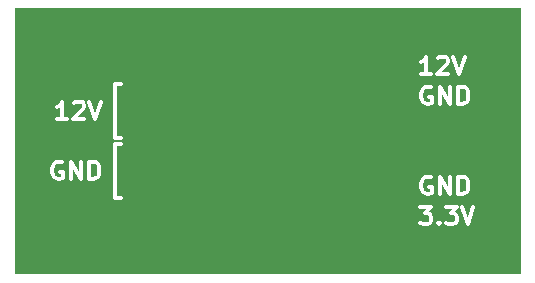
<source format=gbr>
G04 #@! TF.FileFunction,Legend,Top*
%FSLAX46Y46*%
G04 Gerber Fmt 4.6, Leading zero omitted, Abs format (unit mm)*
G04 Created by KiCad (PCBNEW 4.0.7) date 04/01/18 11:43:11*
%MOMM*%
%LPD*%
G01*
G04 APERTURE LIST*
%ADD10C,0.100000*%
%ADD11C,0.300000*%
G04 APERTURE END LIST*
D10*
D11*
G36*
X149710000Y-121770000D02*
X106830000Y-121770000D01*
X106830000Y-99210000D01*
X149710000Y-99210000D01*
X149710000Y-121770000D01*
X149710000Y-121770000D01*
G37*
%LPC*%
X115316000Y-115316000D02*
X115824000Y-115316000D01*
X115316000Y-110744000D02*
X115316000Y-115316000D01*
X115824000Y-110744000D02*
X115316000Y-110744000D01*
X115316000Y-110236000D02*
X115824000Y-110236000D01*
X115316000Y-105664000D02*
X115316000Y-110236000D01*
X115824000Y-105664000D02*
X115316000Y-105664000D01*
X110871428Y-112280000D02*
X110728571Y-112208571D01*
X110514285Y-112208571D01*
X110300000Y-112280000D01*
X110157142Y-112422857D01*
X110085714Y-112565714D01*
X110014285Y-112851429D01*
X110014285Y-113065714D01*
X110085714Y-113351429D01*
X110157142Y-113494286D01*
X110300000Y-113637143D01*
X110514285Y-113708571D01*
X110657142Y-113708571D01*
X110871428Y-113637143D01*
X110942857Y-113565714D01*
X110942857Y-113065714D01*
X110657142Y-113065714D01*
X111585714Y-113708571D02*
X111585714Y-112208571D01*
X112442857Y-113708571D01*
X112442857Y-112208571D01*
X113157143Y-113708571D02*
X113157143Y-112208571D01*
X113514286Y-112208571D01*
X113728571Y-112280000D01*
X113871429Y-112422857D01*
X113942857Y-112565714D01*
X114014286Y-112851429D01*
X114014286Y-113065714D01*
X113942857Y-113351429D01*
X113871429Y-113494286D01*
X113728571Y-113637143D01*
X113514286Y-113708571D01*
X113157143Y-113708571D01*
X111300001Y-108628571D02*
X110442858Y-108628571D01*
X110871430Y-108628571D02*
X110871430Y-107128571D01*
X110728573Y-107342857D01*
X110585715Y-107485714D01*
X110442858Y-107557143D01*
X111871429Y-107271429D02*
X111942858Y-107200000D01*
X112085715Y-107128571D01*
X112442858Y-107128571D01*
X112585715Y-107200000D01*
X112657144Y-107271429D01*
X112728572Y-107414286D01*
X112728572Y-107557143D01*
X112657144Y-107771429D01*
X111800001Y-108628571D01*
X112728572Y-108628571D01*
X113157143Y-107128571D02*
X113657143Y-108628571D01*
X114157143Y-107128571D01*
X141184286Y-116018571D02*
X142112857Y-116018571D01*
X141612857Y-116590000D01*
X141827143Y-116590000D01*
X141970000Y-116661429D01*
X142041429Y-116732857D01*
X142112857Y-116875714D01*
X142112857Y-117232857D01*
X142041429Y-117375714D01*
X141970000Y-117447143D01*
X141827143Y-117518571D01*
X141398571Y-117518571D01*
X141255714Y-117447143D01*
X141184286Y-117375714D01*
X142755714Y-117375714D02*
X142827142Y-117447143D01*
X142755714Y-117518571D01*
X142684285Y-117447143D01*
X142755714Y-117375714D01*
X142755714Y-117518571D01*
X143327143Y-116018571D02*
X144255714Y-116018571D01*
X143755714Y-116590000D01*
X143970000Y-116590000D01*
X144112857Y-116661429D01*
X144184286Y-116732857D01*
X144255714Y-116875714D01*
X144255714Y-117232857D01*
X144184286Y-117375714D01*
X144112857Y-117447143D01*
X143970000Y-117518571D01*
X143541428Y-117518571D01*
X143398571Y-117447143D01*
X143327143Y-117375714D01*
X144684285Y-116018571D02*
X145184285Y-117518571D01*
X145684285Y-116018571D01*
X142112857Y-113550000D02*
X141970000Y-113478571D01*
X141755714Y-113478571D01*
X141541429Y-113550000D01*
X141398571Y-113692857D01*
X141327143Y-113835714D01*
X141255714Y-114121429D01*
X141255714Y-114335714D01*
X141327143Y-114621429D01*
X141398571Y-114764286D01*
X141541429Y-114907143D01*
X141755714Y-114978571D01*
X141898571Y-114978571D01*
X142112857Y-114907143D01*
X142184286Y-114835714D01*
X142184286Y-114335714D01*
X141898571Y-114335714D01*
X142827143Y-114978571D02*
X142827143Y-113478571D01*
X143684286Y-114978571D01*
X143684286Y-113478571D01*
X144398572Y-114978571D02*
X144398572Y-113478571D01*
X144755715Y-113478571D01*
X144970000Y-113550000D01*
X145112858Y-113692857D01*
X145184286Y-113835714D01*
X145255715Y-114121429D01*
X145255715Y-114335714D01*
X145184286Y-114621429D01*
X145112858Y-114764286D01*
X144970000Y-114907143D01*
X144755715Y-114978571D01*
X144398572Y-114978571D01*
X142112857Y-105930000D02*
X141970000Y-105858571D01*
X141755714Y-105858571D01*
X141541429Y-105930000D01*
X141398571Y-106072857D01*
X141327143Y-106215714D01*
X141255714Y-106501429D01*
X141255714Y-106715714D01*
X141327143Y-107001429D01*
X141398571Y-107144286D01*
X141541429Y-107287143D01*
X141755714Y-107358571D01*
X141898571Y-107358571D01*
X142112857Y-107287143D01*
X142184286Y-107215714D01*
X142184286Y-106715714D01*
X141898571Y-106715714D01*
X142827143Y-107358571D02*
X142827143Y-105858571D01*
X143684286Y-107358571D01*
X143684286Y-105858571D01*
X144398572Y-107358571D02*
X144398572Y-105858571D01*
X144755715Y-105858571D01*
X144970000Y-105930000D01*
X145112858Y-106072857D01*
X145184286Y-106215714D01*
X145255715Y-106501429D01*
X145255715Y-106715714D01*
X145184286Y-107001429D01*
X145112858Y-107144286D01*
X144970000Y-107287143D01*
X144755715Y-107358571D01*
X144398572Y-107358571D01*
X142112857Y-104818571D02*
X141255714Y-104818571D01*
X141684286Y-104818571D02*
X141684286Y-103318571D01*
X141541429Y-103532857D01*
X141398571Y-103675714D01*
X141255714Y-103747143D01*
X142684285Y-103461429D02*
X142755714Y-103390000D01*
X142898571Y-103318571D01*
X143255714Y-103318571D01*
X143398571Y-103390000D01*
X143470000Y-103461429D01*
X143541428Y-103604286D01*
X143541428Y-103747143D01*
X143470000Y-103961429D01*
X142612857Y-104818571D01*
X143541428Y-104818571D01*
X143969999Y-103318571D02*
X144469999Y-104818571D01*
X144969999Y-103318571D01*
M02*

</source>
